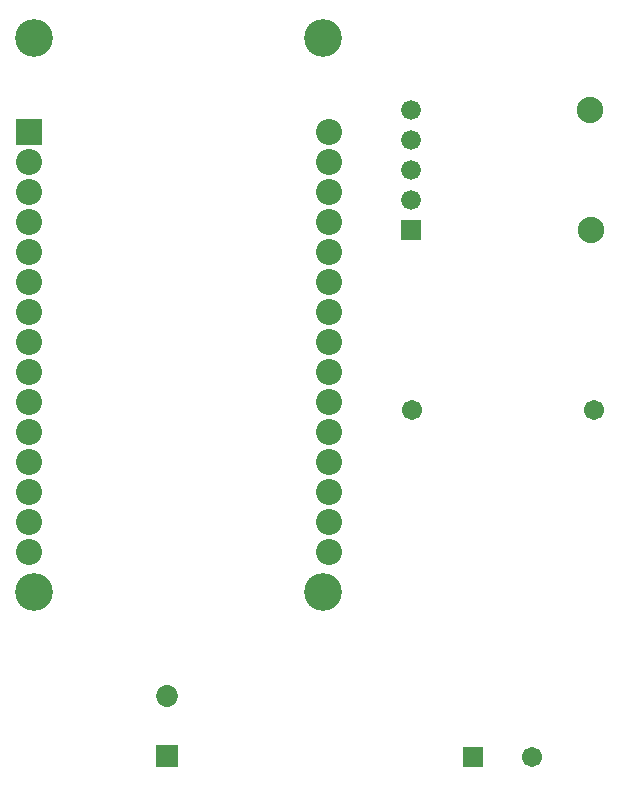
<source format=gbr>
%TF.GenerationSoftware,Altium Limited,Altium Designer,22.1.2 (22)*%
G04 Layer_Color=8388736*
%FSLAX26Y26*%
%MOIN*%
%TF.SameCoordinates,3D441875-7E2E-40EE-9B33-20ED1D9A15A1*%
%TF.FilePolarity,Negative*%
%TF.FileFunction,Soldermask,Top*%
%TF.Part,Single*%
G01*
G75*
%TA.AperFunction,ComponentPad*%
%ADD24C,0.126110*%
%ADD25C,0.086740*%
%ADD26R,0.086740X0.086740*%
%ADD27C,0.088000*%
%ADD28R,0.066000X0.066000*%
%ADD29C,0.066000*%
%ADD30R,0.067370X0.067370*%
%ADD31C,0.067370*%
%ADD32R,0.072961X0.072961*%
%ADD33C,0.072961*%
D24*
X1256535Y3719213D02*
D03*
X2221496D02*
D03*
Y1870787D02*
D03*
X1256535D02*
D03*
D25*
X2240000Y2005827D02*
D03*
Y2105827D02*
D03*
Y2205827D02*
D03*
Y2305827D02*
D03*
Y2405827D02*
D03*
Y2505827D02*
D03*
Y2605827D02*
D03*
Y2705827D02*
D03*
Y2805827D02*
D03*
Y2905827D02*
D03*
Y3005827D02*
D03*
Y3105827D02*
D03*
Y3205827D02*
D03*
Y3305827D02*
D03*
Y3405827D02*
D03*
X1240000Y2005827D02*
D03*
Y2105827D02*
D03*
Y2205827D02*
D03*
Y2305827D02*
D03*
Y2405827D02*
D03*
Y2505827D02*
D03*
Y2605827D02*
D03*
Y2705827D02*
D03*
Y2805827D02*
D03*
Y2905827D02*
D03*
Y3005827D02*
D03*
Y3105827D02*
D03*
Y3205827D02*
D03*
Y3305827D02*
D03*
D26*
Y3405827D02*
D03*
D27*
X3110000Y3480000D02*
D03*
X3115000Y3080000D02*
D03*
D28*
X2515000D02*
D03*
D29*
Y3180000D02*
D03*
Y3280000D02*
D03*
Y3380000D02*
D03*
Y3480000D02*
D03*
D30*
X2721575Y1321260D02*
D03*
D31*
X2918425D02*
D03*
X2516850Y2478740D02*
D03*
X3123150D02*
D03*
D32*
X1700000Y1325000D02*
D03*
D33*
Y1525000D02*
D03*
%TF.MD5,13dead2c664e3bb9750e9799c930e314*%
M02*

</source>
